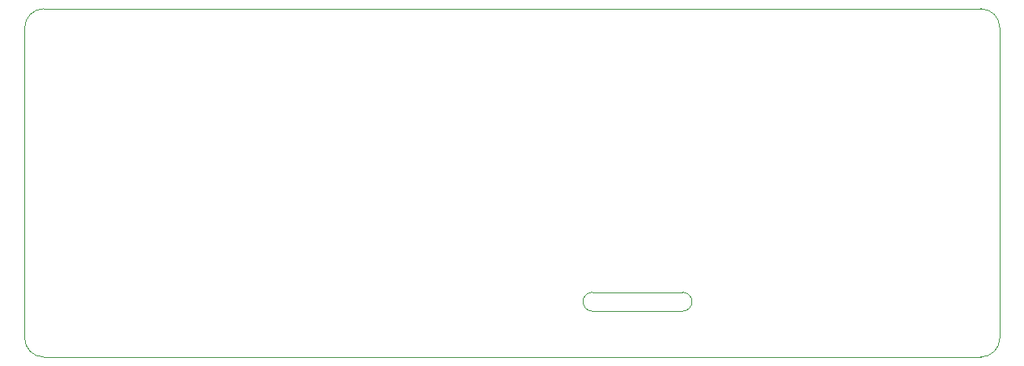
<source format=gbr>
%TF.GenerationSoftware,KiCad,Pcbnew,8.0.4*%
%TF.CreationDate,2024-10-24T20:47:50-05:00*%
%TF.ProjectId,numlocked_HUB,6e756d6c-6f63-46b6-9564-5f4855422e6b,rev?*%
%TF.SameCoordinates,Original*%
%TF.FileFunction,Profile,NP*%
%FSLAX46Y46*%
G04 Gerber Fmt 4.6, Leading zero omitted, Abs format (unit mm)*
G04 Created by KiCad (PCBNEW 8.0.4) date 2024-10-24 20:47:50*
%MOMM*%
%LPD*%
G01*
G04 APERTURE LIST*
%TA.AperFunction,Profile*%
%ADD10C,0.050000*%
%TD*%
G04 APERTURE END LIST*
D10*
X157800000Y-69200000D02*
G75*
G02*
X156800000Y-70200000I-1000000J0D01*
G01*
X147400000Y-70200000D02*
G75*
G02*
X146400000Y-69200000I0J1000000D01*
G01*
X88000000Y-40500000D02*
G75*
G02*
X90000000Y-38500000I2000000J0D01*
G01*
X190000000Y-73000000D02*
G75*
G02*
X188000000Y-75000000I-2000000J0D01*
G01*
X88000000Y-40500000D02*
X88000000Y-73000000D01*
X146400000Y-69200000D02*
G75*
G02*
X147400000Y-68200000I1000000J0D01*
G01*
X156800000Y-68200000D02*
G75*
G02*
X157800000Y-69200000I0J-1000000D01*
G01*
X188000000Y-38500000D02*
G75*
G02*
X190000000Y-40500000I0J-2000000D01*
G01*
X147400000Y-68200000D02*
X156800000Y-68200000D01*
X156800000Y-70200000D02*
X147400000Y-70200000D01*
X188000000Y-38500000D02*
X90000000Y-38500000D01*
X90000000Y-75000000D02*
X188000000Y-75000000D01*
X90000000Y-75000000D02*
G75*
G02*
X88000000Y-73000000I0J2000000D01*
G01*
X190000000Y-40500000D02*
X190000000Y-73000000D01*
M02*

</source>
